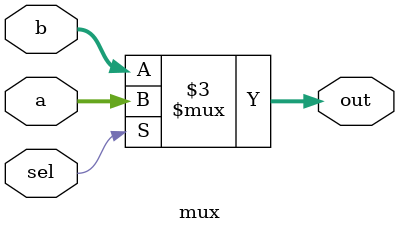
<source format=v>

module mux (out, a, b, sel);
output reg [7:0] out; //8 bit selected value
input [7:0] a, b; //8 bit inputs
input sel; //Input selection bit
always @ (a,b,sel)
begin
	if (sel) //If sel is true output is A
	begin
		out = a;
	end
	else //If sel is false output is B
	begin
		out = b;
	end
end
endmodule

</source>
